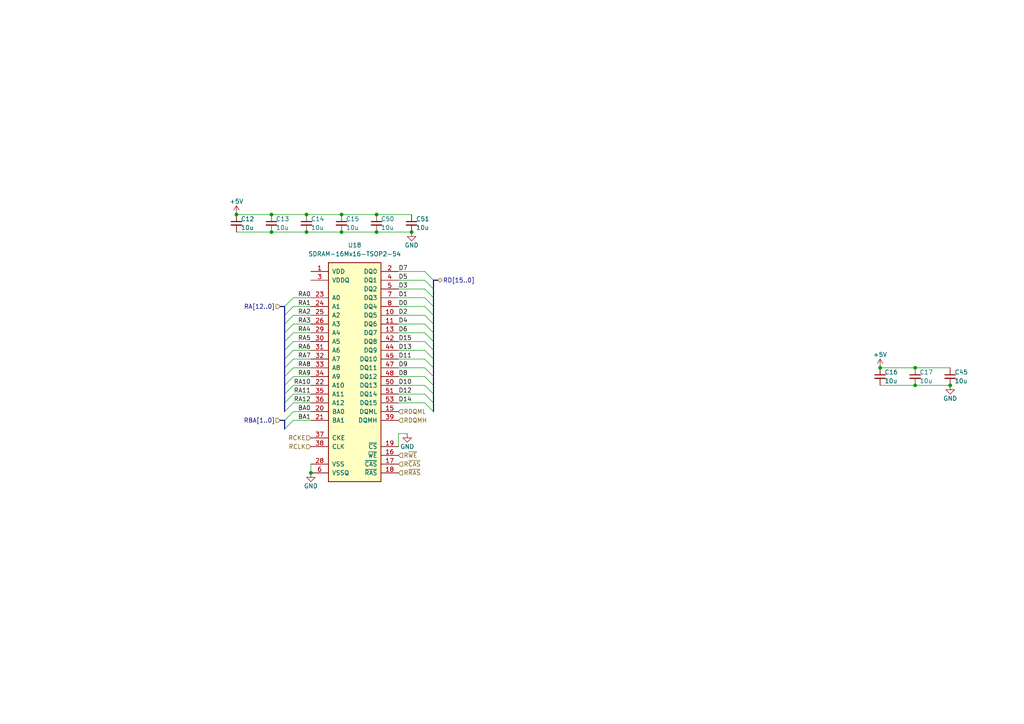
<source format=kicad_sch>
(kicad_sch (version 20230121) (generator eeschema)
  (paper "A4")
  (lib_symbols
    (symbol "Device:C_Small" (pin_numbers hide) (pin_names (offset 0.254) hide)
      (property "Reference" "C" (at 0.254 1.778 0))
      (property "Value" "C_Small" (at 0.254 -2.032 0))
      (symbol "C_Small_0_1"
        (polyline (pts (xy -1.524 -0.508) (xy 1.524 -0.508)) (stroke (width 0.3302)))
        (polyline (pts (xy -1.524 0.508) (xy 1.524 0.508)) (stroke (width 0.3048)))
      )
      (symbol "C_Small_1_1"
        (pin passive line (at 0 2.54 270) (length 2.032) (name "~") (number "1"))
        (pin passive line (at 0 -2.54 90) (length 2.032) (name "~") (number "2"))
      )
    )
    (symbol "GW_RAM:SDRAM-16Mx16-TSOP2-54" (pin_names (offset 1.016))
      (property "Reference" "U" (at 0 29.21 0))
      (property "Value" "SDRAM-16Mx16-TSOP2-54" (at 0 0 90))
      (symbol "SDRAM-16Mx16-TSOP2-54_0_1"
        (rectangle (start -7.62 27.94) (end 7.62 -35.56) (stroke (width 0.254)) (fill (type background)))
      )
      (symbol "SDRAM-16Mx16-TSOP2-54_1_1"
        (pin power_in line (at -12.7 25.4 0) (length 5.08) (name "VDD") (number "1"))
        (pin bidirectional line (at 12.7 12.7 180) (length 5.08) (name "DQ5") (number "10"))
        (pin bidirectional line (at 12.7 10.16 180) (length 5.08) (name "DQ6") (number "11"))
        (pin power_in line (at -12.7 -33.02 0) (length 5.08) hide (name "VSSQ") (number "12"))
        (pin bidirectional line (at 12.7 7.62 180) (length 5.08) (name "DQ7") (number "13"))
        (pin power_in line (at -12.7 25.4 0) (length 5.08) hide (name "VDD") (number "14"))
        (pin input line (at 12.7 -15.24 180) (length 5.08) (name "DQML") (number "15"))
        (pin input line (at 12.7 -27.94 180) (length 5.08) (name "~{WE}") (number "16"))
        (pin input line (at 12.7 -30.48 180) (length 5.08) (name "~{CAS}") (number "17"))
        (pin input line (at 12.7 -33.02 180) (length 5.08) (name "~{RAS}") (number "18"))
        (pin input line (at 12.7 -25.4 180) (length 5.08) (name "~{CS}") (number "19"))
        (pin bidirectional line (at 12.7 25.4 180) (length 5.08) (name "DQ0") (number "2"))
        (pin input line (at -12.7 -15.24 0) (length 5.08) (name "BA0") (number "20"))
        (pin input line (at -12.7 -17.78 0) (length 5.08) (name "BA1") (number "21"))
        (pin input line (at -12.7 -7.62 0) (length 5.08) (name "A10") (number "22"))
        (pin input line (at -12.7 17.78 0) (length 5.08) (name "A0") (number "23"))
        (pin input line (at -12.7 15.24 0) (length 5.08) (name "A1") (number "24"))
        (pin input line (at -12.7 12.7 0) (length 5.08) (name "A2") (number "25"))
        (pin input line (at -12.7 10.16 0) (length 5.08) (name "A3") (number "26"))
        (pin power_in line (at -12.7 25.4 0) (length 5.08) hide (name "VDD") (number "27"))
        (pin power_in line (at -12.7 -30.48 0) (length 5.08) (name "VSS") (number "28"))
        (pin input line (at -12.7 7.62 0) (length 5.08) (name "A4") (number "29"))
        (pin power_in line (at -12.7 22.86 0) (length 5.08) (name "VDDQ") (number "3"))
        (pin input line (at -12.7 5.08 0) (length 5.08) (name "A5") (number "30"))
        (pin input line (at -12.7 2.54 0) (length 5.08) (name "A6") (number "31"))
        (pin input line (at -12.7 0 0) (length 5.08) (name "A7") (number "32"))
        (pin input line (at -12.7 -2.54 0) (length 5.08) (name "A8") (number "33"))
        (pin input line (at -12.7 -5.08 0) (length 5.08) (name "A9") (number "34"))
        (pin input line (at -12.7 -10.16 0) (length 5.08) (name "A11") (number "35"))
        (pin input line (at -12.7 -12.7 0) (length 5.08) (name "A12") (number "36"))
        (pin input line (at -12.7 -22.86 0) (length 5.08) (name "CKE") (number "37"))
        (pin input line (at -12.7 -25.4 0) (length 5.08) (name "CLK") (number "38"))
        (pin input line (at 12.7 -17.78 180) (length 5.08) (name "DQMH") (number "39"))
        (pin bidirectional line (at 12.7 22.86 180) (length 5.08) (name "DQ1") (number "4"))
        (pin power_in line (at -12.7 -30.48 0) (length 5.08) hide (name "VSS") (number "41"))
        (pin bidirectional line (at 12.7 5.08 180) (length 5.08) (name "DQ8") (number "42"))
        (pin power_in line (at -12.7 22.86 0) (length 5.08) hide (name "VDDQ") (number "43"))
        (pin bidirectional line (at 12.7 2.54 180) (length 5.08) (name "DQ9") (number "44"))
        (pin bidirectional line (at 12.7 0 180) (length 5.08) (name "DQ10") (number "45"))
        (pin power_in line (at -12.7 -33.02 0) (length 5.08) hide (name "VSSQ") (number "46"))
        (pin bidirectional line (at 12.7 -2.54 180) (length 5.08) (name "DQ11") (number "47"))
        (pin bidirectional line (at 12.7 -5.08 180) (length 5.08) (name "DQ12") (number "48"))
        (pin power_in line (at -12.7 22.86 0) (length 5.08) hide (name "VDDQ") (number "49"))
        (pin bidirectional line (at 12.7 20.32 180) (length 5.08) (name "DQ2") (number "5"))
        (pin bidirectional line (at 12.7 -7.62 180) (length 5.08) (name "DQ13") (number "50"))
        (pin bidirectional line (at 12.7 -10.16 180) (length 5.08) (name "DQ14") (number "51"))
        (pin power_in line (at -12.7 -33.02 0) (length 5.08) hide (name "VSSQ") (number "52"))
        (pin bidirectional line (at 12.7 -12.7 180) (length 5.08) (name "DQ15") (number "53"))
        (pin power_in line (at -12.7 -30.48 0) (length 5.08) hide (name "VSS") (number "54"))
        (pin power_in line (at -12.7 -33.02 0) (length 5.08) (name "VSSQ") (number "6"))
        (pin bidirectional line (at 12.7 17.78 180) (length 5.08) (name "DQ3") (number "7"))
        (pin bidirectional line (at 12.7 15.24 180) (length 5.08) (name "DQ4") (number "8"))
        (pin power_in line (at -12.7 22.86 0) (length 5.08) hide (name "VDDQ") (number "9"))
      )
    )
    (symbol "power:+5V" (power) (pin_names (offset 0))
      (property "Value" "+5V" (at 0 3.556 0))
      (symbol "+5V_0_1"
        (polyline (pts (xy -0.762 1.27) (xy 0 2.54)))
        (polyline (pts (xy 0 0) (xy 0 2.54)))
        (polyline (pts (xy 0 2.54) (xy 0.762 1.27)))
      )
      (symbol "+5V_1_1"
        (pin power_in line (at 0 0 90) (length 0) hide (name "+5V") (number "1"))
      )
    )
    (symbol "power:GND" (power) (pin_names (offset 0))
      (property "Value" "GND" (at 0 -3.81 0))
      (symbol "GND_0_1"
        (polyline (pts (xy 0 0) (xy 0 -1.27) (xy 1.27 -1.27) (xy 0 -2.54) (xy -1.27 -1.27) (xy 0 -1.27)))
      )
      (symbol "GND_1_1"
        (pin power_in line (at 0 0 270) (length 0) hide (name "GND") (number "1"))
      )
    )
  )
  (junction (at 109.22 62.23))
  (junction (at 265.43 111.76))
  (junction (at 119.38 67.31))
  (junction (at 90.17 137.16))
  (junction (at 265.43 106.68))
  (junction (at 68.58 62.23))
  (junction (at 99.06 67.31))
  (junction (at 255.27 106.68))
  (junction (at 78.74 62.23))
  (junction (at 109.22 67.31))
  (junction (at 88.9 67.31))
  (junction (at 99.06 62.23))
  (junction (at 275.59 111.76))
  (junction (at 78.74 67.31))
  (junction (at 88.9 62.23))
  (bus_entry (at 125.73 93.98) (size -2.54 -2.54))
  (bus_entry (at 125.73 96.52) (size -2.54 -2.54))
  (bus_entry (at 125.73 81.28) (size -2.54 -2.54))
  (bus_entry (at 125.73 114.3) (size -2.54 -2.54))
  (bus_entry (at 82.55 99.06) (size 2.54 -2.54))
  (bus_entry (at 82.55 96.52) (size 2.54 -2.54))
  (bus_entry (at 125.73 83.82) (size -2.54 -2.54))
  (bus_entry (at 125.73 104.14) (size -2.54 -2.54))
  (bus_entry (at 82.55 119.38) (size 2.54 -2.54))
  (bus_entry (at 125.73 116.84) (size -2.54 -2.54))
  (bus_entry (at 82.55 116.84) (size 2.54 -2.54))
  (bus_entry (at 125.73 119.38) (size -2.54 -2.54))
  (bus_entry (at 125.73 106.68) (size -2.54 -2.54))
  (bus_entry (at 125.73 111.76) (size -2.54 -2.54))
  (bus_entry (at 125.73 99.06) (size -2.54 -2.54))
  (bus_entry (at 125.73 109.22) (size -2.54 -2.54))
  (bus_entry (at 125.73 88.9) (size -2.54 -2.54))
  (bus_entry (at 82.55 111.76) (size 2.54 -2.54))
  (bus_entry (at 82.55 93.98) (size 2.54 -2.54))
  (bus_entry (at 82.55 104.14) (size 2.54 -2.54))
  (bus_entry (at 82.55 124.46) (size 2.54 -2.54))
  (bus_entry (at 82.55 109.22) (size 2.54 -2.54))
  (bus_entry (at 82.55 106.68) (size 2.54 -2.54))
  (bus_entry (at 125.73 101.6) (size -2.54 -2.54))
  (bus_entry (at 82.55 88.9) (size 2.54 -2.54))
  (bus_entry (at 125.73 91.44) (size -2.54 -2.54))
  (bus_entry (at 82.55 101.6) (size 2.54 -2.54))
  (bus_entry (at 125.73 86.36) (size -2.54 -2.54))
  (bus_entry (at 82.55 121.92) (size 2.54 -2.54))
  (bus_entry (at 82.55 91.44) (size 2.54 -2.54))
  (bus_entry (at 82.55 114.3) (size 2.54 -2.54))
  (bus (pts (xy 82.55 88.9) (xy 82.55 91.44)))
  (bus (pts (xy 125.73 114.3) (xy 125.73 116.84)))
  (wire (pts (xy 90.17 101.6) (xy 85.09 101.6)))
  (bus (pts (xy 82.55 93.98) (xy 82.55 96.52)))
  (wire (pts (xy 90.17 104.14) (xy 85.09 104.14)))
  (wire (pts (xy 68.58 67.31) (xy 78.74 67.31)))
  (wire (pts (xy 78.74 62.23) (xy 88.9 62.23)))
  (bus (pts (xy 82.55 121.92) (xy 82.55 124.46)))
  (wire (pts (xy 88.9 62.23) (xy 99.06 62.23)))
  (wire (pts (xy 265.43 106.68) (xy 275.59 106.68)))
  (wire (pts (xy 115.57 125.73) (xy 115.57 129.54)))
  (bus (pts (xy 125.73 83.82) (xy 125.73 86.36)))
  (wire (pts (xy 90.17 111.76) (xy 85.09 111.76)))
  (bus (pts (xy 82.55 114.3) (xy 82.55 116.84)))
  (wire (pts (xy 90.17 109.22) (xy 85.09 109.22)))
  (wire (pts (xy 123.19 81.28) (xy 115.57 81.28)))
  (wire (pts (xy 68.58 62.23) (xy 78.74 62.23)))
  (bus (pts (xy 125.73 111.76) (xy 125.73 114.3)))
  (wire (pts (xy 90.17 134.62) (xy 90.17 137.16)))
  (wire (pts (xy 90.17 91.44) (xy 85.09 91.44)))
  (wire (pts (xy 90.17 121.92) (xy 85.09 121.92)))
  (bus (pts (xy 125.73 104.14) (xy 125.73 106.68)))
  (wire (pts (xy 123.19 101.6) (xy 115.57 101.6)))
  (bus (pts (xy 125.73 99.06) (xy 125.73 101.6)))
  (wire (pts (xy 90.17 86.36) (xy 85.09 86.36)))
  (bus (pts (xy 82.55 101.6) (xy 82.55 104.14)))
  (bus (pts (xy 125.73 93.98) (xy 125.73 96.52)))
  (wire (pts (xy 115.57 109.22) (xy 123.19 109.22)))
  (bus (pts (xy 127 81.28) (xy 125.73 81.28)))
  (bus (pts (xy 82.55 111.76) (xy 82.55 114.3)))
  (wire (pts (xy 78.74 67.31) (xy 88.9 67.31)))
  (wire (pts (xy 99.06 67.31) (xy 109.22 67.31)))
  (bus (pts (xy 82.55 109.22) (xy 82.55 111.76)))
  (wire (pts (xy 99.06 62.23) (xy 109.22 62.23)))
  (bus (pts (xy 125.73 101.6) (xy 125.73 104.14)))
  (wire (pts (xy 90.17 96.52) (xy 85.09 96.52)))
  (wire (pts (xy 115.57 93.98) (xy 123.19 93.98)))
  (bus (pts (xy 82.55 91.44) (xy 82.55 93.98)))
  (wire (pts (xy 90.17 106.68) (xy 85.09 106.68)))
  (wire (pts (xy 123.19 78.74) (xy 115.57 78.74)))
  (bus (pts (xy 125.73 116.84) (xy 125.73 119.38)))
  (wire (pts (xy 123.19 104.14) (xy 115.57 104.14)))
  (wire (pts (xy 265.43 111.76) (xy 275.59 111.76)))
  (bus (pts (xy 125.73 86.36) (xy 125.73 88.9)))
  (bus (pts (xy 82.55 96.52) (xy 82.55 99.06)))
  (wire (pts (xy 90.17 114.3) (xy 85.09 114.3)))
  (wire (pts (xy 115.57 96.52) (xy 123.19 96.52)))
  (bus (pts (xy 82.55 116.84) (xy 82.55 119.38)))
  (wire (pts (xy 255.27 106.68) (xy 265.43 106.68)))
  (wire (pts (xy 115.57 111.76) (xy 123.19 111.76)))
  (bus (pts (xy 82.55 106.68) (xy 82.55 109.22)))
  (wire (pts (xy 109.22 62.23) (xy 119.38 62.23)))
  (wire (pts (xy 90.17 93.98) (xy 85.09 93.98)))
  (wire (pts (xy 88.9 67.31) (xy 99.06 67.31)))
  (wire (pts (xy 90.17 88.9) (xy 85.09 88.9)))
  (wire (pts (xy 115.57 114.3) (xy 123.19 114.3)))
  (wire (pts (xy 123.19 86.36) (xy 115.57 86.36)))
  (wire (pts (xy 90.17 119.38) (xy 85.09 119.38)))
  (bus (pts (xy 125.73 106.68) (xy 125.73 109.22)))
  (wire (pts (xy 255.27 111.76) (xy 265.43 111.76)))
  (wire (pts (xy 115.57 88.9) (xy 123.19 88.9)))
  (wire (pts (xy 109.22 67.31) (xy 119.38 67.31)))
  (bus (pts (xy 82.55 121.92) (xy 81.28 121.92)))
  (bus (pts (xy 82.55 99.06) (xy 82.55 101.6)))
  (wire (pts (xy 115.57 91.44) (xy 123.19 91.44)))
  (wire (pts (xy 115.57 99.06) (xy 123.19 99.06)))
  (bus (pts (xy 125.73 91.44) (xy 125.73 93.98)))
  (bus (pts (xy 125.73 96.52) (xy 125.73 99.06)))
  (wire (pts (xy 123.19 106.68) (xy 115.57 106.68)))
  (wire (pts (xy 118.11 125.73) (xy 115.57 125.73)))
  (bus (pts (xy 125.73 81.28) (xy 125.73 83.82)))
  (wire (pts (xy 123.19 83.82) (xy 115.57 83.82)))
  (bus (pts (xy 125.73 88.9) (xy 125.73 91.44)))
  (bus (pts (xy 82.55 104.14) (xy 82.55 106.68)))
  (wire (pts (xy 115.57 116.84) (xy 123.19 116.84)))
  (bus (pts (xy 82.55 88.9) (xy 81.28 88.9)))
  (wire (pts (xy 90.17 116.84) (xy 85.09 116.84)))
  (wire (pts (xy 90.17 99.06) (xy 85.09 99.06)))
  (bus (pts (xy 125.73 109.22) (xy 125.73 111.76)))
  (label "RA11" (at 90.17 114.3 180))
  (label "BA0" (at 90.17 119.38 180))
  (label "RA2" (at 90.17 91.44 180))
  (label "D5" (at 115.57 81.28 0))
  (label "D12" (at 115.57 114.3 0))
  (label "RA8" (at 90.17 106.68 180))
  (label "RA12" (at 90.17 116.84 180))
  (label "D4" (at 115.57 93.98 0))
  (label "D6" (at 115.57 96.52 0))
  (label "D3" (at 115.57 83.82 0))
  (label "D2" (at 115.57 91.44 0))
  (label "D15" (at 115.57 99.06 0))
  (label "BA1" (at 90.17 121.92 180))
  (label "RA10" (at 90.17 111.76 180))
  (label "D9" (at 115.57 106.68 0))
  (label "D7" (at 115.57 78.74 0))
  (label "RA6" (at 90.17 101.6 180))
  (label "RA5" (at 90.17 99.06 180))
  (label "D14" (at 115.57 116.84 0))
  (label "D1" (at 115.57 86.36 0))
  (label "RA1" (at 90.17 88.9 180))
  (label "RA9" (at 90.17 109.22 180))
  (label "RA0" (at 90.17 86.36 180))
  (label "RA4" (at 90.17 96.52 180))
  (label "RA7" (at 90.17 104.14 180))
  (label "D11" (at 115.57 104.14 0))
  (label "D0" (at 115.57 88.9 0))
  (label "D13" (at 115.57 101.6 0))
  (label "RA3" (at 90.17 93.98 180))
  (label "D8" (at 115.57 109.22 0))
  (label "D10" (at 115.57 111.76 0))
  (hierarchical_label "RD[15..0]" (shape bidirectional) (at 127 81.28 0))
  (hierarchical_label "RBA[1..0]" (shape input) (at 81.28 121.92 180))
  (hierarchical_label "R~{RAS}" (shape input) (at 115.57 137.16 0))
  (hierarchical_label "RCLK" (shape input) (at 90.17 129.54 180))
  (hierarchical_label "RDQMH" (shape input) (at 115.57 121.92 0))
  (hierarchical_label "RDQML" (shape input) (at 115.57 119.38 0))
  (hierarchical_label "R~{CAS}" (shape input) (at 115.57 134.62 0))
  (hierarchical_label "R~{WE}" (shape input) (at 115.57 132.08 0))
  (hierarchical_label "RCKE" (shape input) (at 90.17 127 180))
  (hierarchical_label "RA[12..0]" (shape input) (at 81.28 88.9 180))
  (symbol (lib_id "power:+5V") (at 68.58 62.23 0) (unit 1)
    (property "Reference" "#PWR0138" (effects hide))
    (property "Value" "+5V" (at 68.58 58.42 0))
  )
  (symbol (lib_id "Device:C_Small") (at 78.74 64.77 0) (unit 1)
    (property "Reference" "C13" (at 80.01 63.5 0) (effects (justify left)))
    (property "Value" "10u" (at 80.01 66.04 0) (effects (justify left)))
    (property "Footprint" "stdpads:C_0805" (effects hide))
    (property "LCSC Part" "C15850" (effects hide))
  )
  (symbol (lib_id "Device:C_Small") (at 68.58 64.77 0) (unit 1)
    (property "Reference" "C12" (at 69.85 63.5 0) (effects (justify left)))
    (property "Value" "10u" (at 69.85 66.04 0) (effects (justify left)))
    (property "Footprint" "stdpads:C_0805" (effects hide))
    (property "LCSC Part" "C15850" (effects hide))
  )
  (symbol (lib_id "Device:C_Small") (at 88.9 64.77 0) (unit 1)
    (property "Reference" "C14" (at 90.17 63.5 0) (effects (justify left)))
    (property "Value" "10u" (at 90.17 66.04 0) (effects (justify left)))
    (property "Footprint" "stdpads:C_0805" (effects hide))
    (property "LCSC Part" "C15850" (effects hide))
  )
  (symbol (lib_id "Device:C_Small") (at 99.06 64.77 0) (unit 1)
    (property "Reference" "C15" (at 100.33 63.5 0) (effects (justify left)))
    (property "Value" "10u" (at 100.33 66.04 0) (effects (justify left)))
    (property "Footprint" "stdpads:C_0805" (effects hide))
    (property "LCSC Part" "C15850" (effects hide))
  )
  (symbol (lib_id "power:+5V") (at 255.27 106.68 0) (unit 1)
    (property "Reference" "#PWR0145" (effects hide))
    (property "Value" "+5V" (at 255.27 102.87 0))
  )
  (symbol (lib_id "Device:C_Small") (at 265.43 109.22 0) (unit 1)
    (property "Reference" "C17" (at 266.7 107.95 0) (effects (justify left)))
    (property "Value" "10u" (at 266.7 110.49 0) (effects (justify left)))
    (property "Footprint" "stdpads:C_0805" (effects hide))
    (property "LCSC Part" "C15850" (effects hide))
  )
  (symbol (lib_id "Device:C_Small") (at 255.27 109.22 0) (unit 1)
    (property "Reference" "C16" (at 256.54 107.95 0) (effects (justify left)))
    (property "Value" "10u" (at 256.54 110.49 0) (effects (justify left)))
    (property "Footprint" "stdpads:C_0805" (effects hide))
    (property "LCSC Part" "C15850" (effects hide))
  )
  (symbol (lib_id "Device:C_Small") (at 119.38 64.77 0) (unit 1)
    (property "Reference" "C51" (at 120.65 63.5 0) (effects (justify left)))
    (property "Value" "10u" (at 120.65 66.04 0) (effects (justify left)))
    (property "Footprint" "stdpads:C_0805" (effects hide))
    (property "LCSC Part" "C15850" (effects hide))
  )
  (symbol (lib_id "GW_RAM:SDRAM-16Mx16-TSOP2-54") (at 102.87 104.14 0) (unit 1)
    (property "Reference" "U18" (at 102.87 71.12 0))
    (property "Value" "SDRAM-16Mx16-TSOP2-54" (at 102.87 73.66 0))
    (property "Footprint" "stdpads:Winbond_TSOPII-54" (effects hide))
  )
  (symbol (lib_id "power:GND") (at 118.11 125.73 0) (unit 1)
    (property "Reference" "#PWR0125" (effects hide))
    (property "Value" "GND" (at 118.11 129.54 0))
  )
  (symbol (lib_id "Device:C_Small") (at 109.22 64.77 0) (unit 1)
    (property "Reference" "C50" (at 110.49 63.5 0) (effects (justify left)))
    (property "Value" "10u" (at 110.49 66.04 0) (effects (justify left)))
    (property "Footprint" "stdpads:C_0805" (effects hide))
    (property "LCSC Part" "C15850" (effects hide))
  )
  (symbol (lib_id "power:GND") (at 275.59 111.76 0) (unit 1)
    (property "Reference" "#PWR0135" (effects hide))
    (property "Value" "GND" (at 275.59 115.57 0))
  )
  (symbol (lib_id "Device:C_Small") (at 275.59 109.22 0) (unit 1)
    (property "Reference" "C45" (at 276.86 107.95 0) (effects (justify left)))
    (property "Value" "10u" (at 276.86 110.49 0) (effects (justify left)))
    (property "Footprint" "stdpads:C_0805" (effects hide))
    (property "LCSC Part" "C15850" (effects hide))
  )
  (symbol (lib_id "power:GND") (at 90.17 137.16 0) (unit 1)
    (property "Reference" "#PWR0124" (effects hide))
    (property "Value" "GND" (at 90.17 140.97 0))
  )
  (symbol (lib_id "power:GND") (at 119.38 67.31 0) (unit 1)
    (property "Reference" "#PWR0132" (effects hide))
    (property "Value" "GND" (at 119.38 71.12 0))
  )
)
</source>
